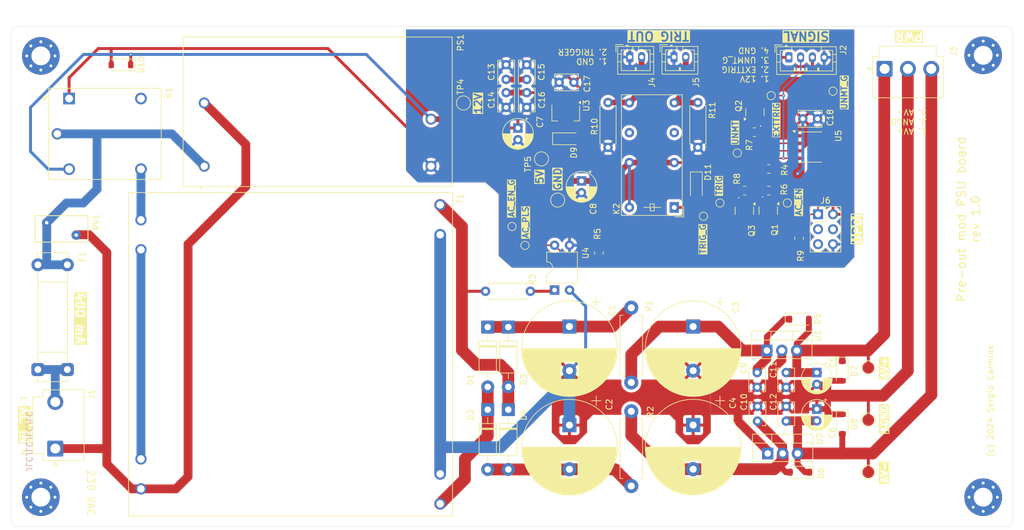
<source format=kicad_pcb>
(kicad_pcb (version 20240108) (generator "pcbnew") (generator_version "8.0")
  (layers (0 "F.Cu" signal) (31 "B.Cu" signal) (34 "B.Paste" user) (35 "F.Paste" user) (36 "B.SilkS" user "B.Silkscreen") (37 "F.SilkS" user "F.Silkscreen") (38 "B.Mask" user) (39 "F.Mask" user) (44 "Edge.Cuts" user))
  (net 0 "")
  (net 1 "Net-(D1-K)")
  (net 2 "Net-(D2-A)")
  (net 3 "Net-(D5-K)")
  (net 4 "AV+")
  (net 5 "Net-(D6-A)")
  (net 6 "AV-")
  (net 7 "GND")
  (net 8 "AGND")
  (net 9 "AC_SENSE")
  (net 10 "+12V")
  (net 11 "+5V")
  (net 12 "AC_EN_G")
  (net 13 "TRIG_G")
  (net 14 "AC_L")
  (net 15 "AC_N")
  (net 16 "UNMUTE_G")
  (net 17 "EXTTRIG")
  (net 18 "TGO1")
  (net 19 "TGO2")
  (net 22 "UPDI")
  (net 24 "AC_L_SW")
  (net 28 "AC_EN")
  (net 29 "UNMUTE")
  (net 30 "TRIG")
  (net 31 "Net-(R3-Pad2)")
  (net 32 "AC_PULSE")
  (net 33 "Net-(T1-Pad4)")
  (net 34 "Net-(J1-Pin_2)")
  (net 71 "Net-(D1-A)")
  (footprint "Resistor_SMD:R_0805_2012Metric_Pad1.20x1.40mm_HandSolder" (layer "F.Cu") (at 182.5 86.9 180)
    (property "Reference" "R8")
    (property "Value" "10k")
  )
  (footprint "TestPoint:TestPoint_Pad_D1.0mm" (layer "F.Cu") (at 178.3 89)
    (property "Reference" "TP9" (hide yes))
    (property "Value" "TestPoint")
  )
  (footprint "Package_TO_SOT_SMD:SOT-89-3" (layer "F.Cu") (at 152.125 73.7 -90)
    (property "Reference" "U3")
    (property "Value" "78L05")
  )
  (footprint "MountingHole:MountingHole_3.2mm_M3_Pad_Via" (layer "F.Cu") (at 223 139)
    (property "Reference" "H4" (hide yes))
    (property "Value" "MountingHole_Pad")
  )
  (footprint "Connector_JST:JST_VH_B2P3-VH_1x02_P7.92mm_Vertical" (layer "F.Cu") (at 65.45 130.7375 90)
    (property "Reference" "J1")
    (property "Value" "Conn_01x02")
  )
  (footprint "TestPoint:TestPoint_Pad_D2.0mm" (layer "F.Cu") (at 150.75 88.5 -90)
    (property "Reference" "TP6" (hide yes))
    (property "Value" "TestPoint")
  )
  (footprint "Diode_SMD:D_SOD-123" (layer "F.Cu") (at 174.3 86.0825 -90)
    (property "Reference" "D11")
    (property "Value" "SL1B")
  )
  (footprint "Capacitor_THT:CP_Radial_D16.0mm_P7.50mm" (layer "F.Cu") (at 152.75 126.75 -90)
    (property "Reference" "C2")
    (property "Value" "2200u")
  )
  (footprint "Relay_THT:Relay_DPDT_Finder_30.22" (layer "F.Cu") (at 170.55 89.75 90)
    (property "Reference" "K2")
    (property "Value" "J104D2C12VDC.36S")
  )
  (footprint "Resistor_SMD:R_0805_2012Metric_Pad1.20x1.40mm_HandSolder" (layer "F.Cu") (at 186.6 86.9 180)
    (property "Reference" "R6")
    (property "Value" "10k")
  )
  (footprint "TestPoint:TestPoint_Pad_D2.0mm" (layer "F.Cu") (at 134.75 72 90)
    (property "Reference" "TP4")
    (property "Value" "TestPoint")
  )
  (footprint "TestPoint:TestPoint_Pad_D1.0mm" (layer "F.Cu") (at 189.75 89)
    (property "Reference" "TP7" (hide yes))
    (property "Value" "TestPoint")
  )
  (footprint "Package_TO_SOT_SMD:SOT-23" (layer "F.Cu") (at 182.45 90.325 -90)
    (property "Reference" "Q3")
    (property "Value" "AO3400A")
  )
  (footprint "Capacitor_THT:CP_Radial_D5.0mm_P2.00mm" (layer "F.Cu") (at 144 76.25 -90)
    (property "Reference" "C7")
    (property "Value" "10u")
  )
  (footprint "Connector_JST:JST_PH_B2B-PH-K_1x02_P2.00mm_Vertical" (layer "F.Cu") (at 170.5 64.2)
    (property "Reference" "J5")
    (property "Value" "Conn_01x02")
  )
  (footprint "Diode_THT:D_DO-41_SOD81_P10.16mm_Horizontal" (layer "F.Cu") (at 142.375 110.085 -90)
    (property "Reference" "D3")
    (property "Value" "1N4002")
  )
  (footprint "Capacitor_THT:CP_Radial_D5.0mm_P2.00mm" (layer "F.Cu") (at 194.75 117.82 -90)
    (property "Reference" "C5")
    (property "Value" "10u")
  )
  (footprint "MountingHole:MountingHole_3.2mm_M3_Pad_Via" (layer "F.Cu") (at 63 139)
    (property "Reference" "H3" (hide yes))
    (property "Value" "MountingHole_Pad")
  )
  (footprint "Package_TO_SOT_SMD:SOT-23" (layer "F.Cu") (at 186.5 90.3 -90)
    (property "Reference" "Q1")
    (property "Value" "AO3400A")
  )
  (footprint "Capacitor_THT:C_Disc_D3.8mm_W2.6mm_P2.50mm" (layer "F.Cu") (at 189.55 117.82 -90)
    (property "Reference" "C11")
    (property "Value" "100n")
  )
  (footprint "Diode_SMD:D_SOD-123" (layer "F.Cu") (at 191.75 108.75)
    (property "Reference" "D5")
    (property "Value" "SL1B")
  )
  (footprint "Resistor_SMD:R_0805_2012Metric_Pad1.20x1.40mm_HandSolder" (layer "F.Cu") (at 184.15 76.9625)
    (property "Reference" "R7")
    (property "Value" "10k")
  )
  (footprint "Package_TO_SOT_THT:TO-220-3_Vertical" (layer "F.Cu") (at 186.41 131.565)
    (property "Reference" "U2")
    (property "Value" "LM7909")
  )
  (footprint "Capacitor_THT:C_Disc_D3.8mm_W2.6mm_P2.50mm" (layer "F.Cu") (at 142 68 90)
    (property "Reference" "C13")
    (property "Value" "100n")
  )
  (footprint "TestPoint:TestPoint_Pad_D2.0mm" (layer "F.Cu") (at 148 81.5)
    (property "Reference" "TP5")
    (property "Value" "TestPoint")
  )
  (footprint "Diode_SMD:D_SOD-123" (layer "F.Cu") (at 76.6 65.5 180)
    (property "Reference" "D10")
    (property "Value" "SL1B")
  )
  (footprint "project_lib:CONV_IRM-10-12" (layer "F.Cu") (at 110 73.5)
    (property "Reference" "PS1")
    (property "Value" "IRM-10-12")
  )
  (footprint "MountingHole:MountingHole_3.2mm_M3_Pad_Via" (layer "F.Cu") (at 223 63.9)
    (property "Reference" "H1" (hide yes))
    (property "Value" "MountingHole_Pad")
  )
  (footprint "MountingHole:MountingHole_3.2mm_M3_Pad_Via" (layer "F.Cu") (at 63 64)
    (property "Reference" "H2" (hide yes))
    (property "Value" "MountingHole_Pad")
  )
  (footprint "TestPoint:TestPoint_Pad_D2.0mm" (layer "F.Cu") (at 203.5 125.875)
    (property "Reference" "TP2" (hide yes))
    (property "Value" "TestPoint")
  )
  (footprint "project_lib:XFMR_70042K" (layer "F.Cu") (at 105.4 114.72)
    (property "Reference" "T1")
    (property "Value" "70042K")
  )
  (footprint "Capacitor_THT:C_Disc_D3.8mm_W2.6mm_P2.50mm" (layer "F.Cu") (at 142 70.25 -90)
    (property "Reference" "C14")
    (property "Value" "100n")
  )
  (footprint "Diode_THT:D_DO-41_SOD81_P10.16mm_Horizontal" (layer "F.Cu") (at 138.875 110.085 -90)
    (property "Reference" "D1")
    (property "Value" "1N4002")
  )
  (footprint "Capacitor_THT:CP_Radial_D5.0mm_P2.00mm" (layer "F.Cu") (at 194.75 124.02 -90)
    (property "Reference" "C6")
    (property "Value" "10u")
  )
  (footprint "Resistor_SMD:R_0805_2012Metric_Pad1.20x1.40mm_HandSolder" (layer "F.Cu") (at 157.75 97.5 90)
    (property "Reference" "R5")
    (property "Value" "10k")
  )
  (footprint "Package_SO:SOIC-8_3.9x4.9mm_P1.27mm" (layer "F.Cu") (at 193.625 79.495)
    (property "Reference" "U5")
    (property "Value" "ATtiny412-SS")
  )
  (footprint "TestPoint:TestPoint_Pad_D1.0mm" (layer "F.Cu") (at 143 93)
    (property "Reference" "TP10" (hide yes))
    (property "Value" "TestPoint")
  )
  (footprint "Diode_SMD:D_SOD-123" (layer "F.Cu") (at 152.25 78.0875)
    (property "Reference" "D9")
    (property "Value" "SL1B")
  )
  (footprint "Resistor_THT:R_Axial_DIN0207_L6.3mm_D2.5mm_P7.62mm_Horizontal" (layer "F.Cu") (at 174.55 79.5425 90)
    (property "Reference" "R11")
    (property "Value" "33k")
  )
  (footprint "Resistor_SMD:R_0805_2012Metric_Pad1.20x1.40mm_HandSolder" (layer "F.Cu") (at 191.75 95 90)
    (property "Reference" "R9")
    (property "Value" "10k")
  )
  (footprint "Capacitor_THT:CP_Radial_D5.0mm_P2.00mm" (layer "F.Cu") (at 154.8 85.25 -90)
    (property "Reference" "C8")
    (property "Value" "10u")
  )
  (footprint "Package_TO_SOT_SMD:SOT-23" (layer "F.Cu") (at 184.25 73.5625 90)
    (property "Reference" "Q2")
    (property "Value" "AO3400A")
  )
  (footprint "Diode_SMD:D_SOD-123" (layer "F.Cu") (at 191.85 134.75 180)
    (property "Reference" "D6")
    (property "Value" "SL1B")
  )
  (footprint "TestPoint:TestPoint_Pad_D1.0mm" (layer "F.Cu") (at 181.25 80.5)
    (property "Reference" "TP8" (hide yes))
    (property "Value" "TestPoint")
  )
  (footprint "Connector_PinHeader_2.54mm:PinHeader_2x03_P2.54mm_Vertical" (layer "F.Cu") (at 194.96 90.92)
    (property "Reference" "J6")
    (property "Value" "AVR-UPDI-6")
  )
  (footprint "TestPoint:TestPoint_Pad_D2.0mm" (layer "F.Cu") (at 203.5 117)
    (property "Reference" "TP1" (hide yes))
    (property "Value" "TestPoint")
  )
  (footprint "Capacitor_THT:CP_Radial_D16.0mm_P7.50mm" (layer "F.Cu") (at 173.75 126.737246 -90)
    (property "Reference" "C4")
    (property "Value" "2200u")
  )
  (footprint "Resistor_THT:R_Axial_DIN0207_L6.3mm_D2.5mm_P7.62mm_Horizontal" (layer "F.Cu") (at 159.3 79.5425 90)
    (property "Reference" "R10")
    (property "Value" "33k")
  )
  (footprint "Diode_THT:D_DO-41_SOD81_P10.16mm_Horizontal" (layer "F.Cu") (at 138.875 124.12 -90)
    (property "Reference" "D2")
    (property "Value" "1N4002")
  )
  (footprint "Package_TO_SOT_THT:TO-220-3_Vertical" (layer "F.Cu") (at 186.27 114.065)
    (property "Reference" "U1")
    (property "Value" "LM7809")
  )
  (footprint "Capacitor_THT:C_Disc_D3.8mm_W2.6mm_P2.50mm" (layer "F.Cu") (at 145.5 70.25 -90)
    (property "Reference" "C16")
    (property "Value" "100n")
  )
  (footprint "Diode_THT:D_DO-41_SOD81_P10.16mm_Horizontal" (layer "F.Cu") (at 142.375 124.12 -90)
    (property "Reference" "D4")
    (property "Value" "1N4002")
  )
  (footprint "TestPoint:TestPoint_Pad_D1.0mm" (layer "F.Cu") (at 187 70.75)
    (property "Reference" "TP14" (hide yes))
    (property "Value" "TestPoint")
  )
  (footprint "Capacitor_THT:C_Disc_D3.8mm_W2.6mm_P2.50mm" (layer "F.Cu") (at 192.375 74.695)
    (property "Reference" "C18")
    (property "Value" "100n")
  )
  (footprint "Resistor_SMD:R_0805_2012Metric_Pad1.20x1.40mm_HandSolder" (layer "F.Cu") (at 186.6 83.2 180)
    (property "Reference" "R4")
    (property "Value" "10k")
  )
  (footprint "Capacitor_THT:CP_Radial_D16.0mm_P7.50mm" (layer "F.Cu") (at 173.75 110 -90)
    (property "Reference" "C3")
    (property "Value" "2200u")
  )
  (footprint "Connector_JST:JST_VH_B3P-VH-B_1x03_P3.96mm_Vertical" (layer "F.Cu") (at 206.2625 66.2)
    (property "Reference" "J3")
    (property "Value" "Conn_01x03")
  )
  (footprint "Fuse:Fuseholder_Clip-5x20mm_Bel_FC-203-22_Lateral_P17.80x5.00mm_D1.17mm_Horizontal" (layer "F.Cu") (at 62.5 117.3 90)
    (property "Reference" "F1")
    (property "Value" "400 mA")
  )
  (footprint "Resistor_THT:R_Axial_DIN0411_L9.9mm_D3.6mm_P12.70mm_Horizontal" (layer "F.Cu") (at 163.25 137.1 90)
    (property "Reference" "R2")
    (property "Value" "10/1W")
  )
  (footprint "Diode_SMD:D_SOD-123" (layer "F.Cu") (at 199.075 126.565 -90)
    (property "Reference" "D8")
    (property "Value" "SL1B")
  )
  (footprint "TestPoint:TestPoint_Pad_D1.0mm" (layer "F.Cu") (at 145.2 96.2)
    (property "Reference" "TP13" (hide yes))
    (property "Value" "TestPoint")
  )
  (footprint "TestPoint:TestPoint_Pad_D1.0mm" (layer "F.Cu") (at 197.5 70)
    (property "Reference" "TP11" (hide yes))
    (property "Value" "TestPoint")
  )
  (footprint "TestPoint:TestPoint_Pad_D2.0mm" (layer "F.Cu") (at 203.5 134.75)
    (property "Reference" "TP3" (hide yes))
    (property "Value" "TestPoint")
  )
  (footprint "project_lib:RELAY_SRD-C" (layer "F.Cu") (at 73.9 77.25)
    (property "Reference" "K1")
    (property "Value" "J107F1CS2012VDC.80")
  )
  (footprint "TestPoint:TestPoint_Pad_D1.0mm" (layer "F.Cu") (at 175.5 91.25)
    (property "Reference" "TP12" (hide yes))
    (property "Value" "TestPoint")
  )
  (footprint "Resistor_THT:R_Axial_DIN0207_L6.3mm_D2.5mm_P7.62mm_Horizontal" (layer "F.Cu") (at 138.5 104)
    (property "Reference" "R3")
    (property "Value" "2.2k")
  )
  (footprint "Package_DIP:DIP-4_W7.62mm" (layer "F.Cu") (at 150.225 103.8 90)
    (property "Reference" "U4")
    (property "Value" "140817141310")
  )
  (footprint "Diode_SMD:D_SOD-123" (layer "F.Cu") (at 199.075 117.565 -90)
    (property "Reference" "D7")
    (property "Value" "SL1B")
  )
  (footprint "Capacitor_THT:C_Disc_D3.8mm_W2.6mm_P2.50mm" (layer "F.Cu") (at 184.685 123.565 -90)
    (property "Reference" "C10")
    (property "Value" "100n")
  )
  (footprint "Capacitor_THT:C_Disc_D3.8mm_W2.6mm_P2.50mm" (layer "F.Cu") (at 145.5 68 90)
    (property "Reference" "C15")
    (property "Value" "100n")
  )
  (footprint "Connector_JST:JST_PH_B4B-PH-K_1x04_P2.00mm_Vertical" (layer "F.Cu") (at 190 64.25)
    (property "Reference" "J2")
    (property "Value" "Conn_01x04")
  )
  (footprint "Capacitor_THT:C_Disc_D3.8mm_W2.6mm_P2.50mm" (layer "F.Cu") (at 153.5 68.5 180)
    (property "Reference" "C17")
    (property "Value" "100n")
  )
  (footprint "Capacitor_THT:C_Disc_D3.8mm_W2.6mm_P2.50mm" (layer "F.Cu") (at 184.625 117.815 -90)
    (property "Reference" "C9")
    (property "Value" "100n")
  )
  (footprint "Varistor:RV_Disc_D9mm_W4.5mm_P5mm" (layer "F.Cu") (at 64 92.35)
    (property "Reference" "RV1")
    (property "Value" "300VAC")
  )
  (footprint "Connector_JST:JST_PH_B2B-PH-K_1x02_P2.00mm_Vertical" (layer "F.Cu") (at 163 64.2)
    (property "Reference" "J4")
    (property "Value" "Conn_01x02")
  )
  (footprint "Capacitor_THT:C_Disc_D3.8mm_W2.6mm_P2.50mm" (layer "F.Cu") (at 189.55 123.57 -90)
    (property "Reference" "C12")
    (property "Value" "100n")
  )
  (footprint "Resistor_THT:R_Axial_DIN0411_L9.9mm_D3.6mm_P12.70mm_Horizontal" (layer "F.Cu") (at 163.25 106.8 -90)
    (property "Reference" "R1")
    (property "Value" "10/1W")
  )
  (footprint "Capacitor_THT:CP_Radial_D16.0mm_P7.50mm" (layer "F.Cu") (at 152.75 110 -90)
    (property "Reference" "C1")
    (property "Value" "2200u")
  )
  (gr_line (start 228 143) (end 228 60) (stroke (width 0.05)) (layer "Edge.Cuts"))
  (gr_line (start 227 59) (end 59 59) (stroke (width 0.05)) (layer "Edge.Cuts"))
  (gr_arc (start 58 60) (mid 58.292893 59.292893) (end 59 59) (stroke (width 0.05)) (layer "Edge.Cuts"))
  (gr_arc (start 227 59) (mid 227.707107 59.292893) (end 228 60) (stroke (width 0.05)) (layer "Edge.Cuts"))
  (gr_line (start 58 60) (end 58 143) (stroke (width 0.05)) (layer "Edge.Cuts"))
  (gr_line (start 59 144) (end 227 144) (stroke (width 0.05)) (layer "Edge.Cuts"))
  (gr_arc (start 59 144) (mid 58.292893 143.707107) (end 58 143) (stroke (width 0.05)) (layer "Edge.Cuts"))
  (gr_arc (start 228 143) (mid 227.707107 143.707107) (end 227 144) (stroke (width 0.05)) (layer "Edge.Cuts"))
  (gr_text "JLCJLCJLCJLC" (at 61 129.5 -90) (layer "B.SilkS") (effects (font (size 1 1)) (justify mirror)))
  (gr_text "5V" (at 148.45 85.9 90) (layer "F.SilkS" knockout) (effects (font (size 1.25 1.25) (thickness 0.25) (bold yes)) (justify left bottom)))
  (gr_text "TRIG OUT" (at 173.25 59.75 180) (layer "F.SilkS" knockout) (effects (font (size 1.5 1.5) (thickness 0.3) (bold yes)) (justify left bottom)))
  (gr_text "12V" (at 138 74 90) (layer "F.SilkS" knockout) (effects (font (size 1.25 1.25) (thickness 0.25) (bold yes)) (justify left bottom)))
  (gr_text "GND" (at 151.5 87 90) (layer "F.SilkS" knockout) (effects (font (size 1.25 1.25) (thickness 0.25) (bold yes)) (justify left bottom)))
  (gr_text "1. 12V\n2. EXTTRIG\n3. UNMT_G\n4. GND" (at 186.75 62.5 180) (layer "F.SilkS") (effects (font (size 1 1)) (justify left bottom)))
  (gr_text "AC IN" (at 59.25 123.5 -90) (layer "F.SilkS" knockout) (effects (font (size 1.5 1.5) (thickness 0.3) (bold yes)) (justify left bottom)))
  (gr_text "AC_EN_G" (at 143.5 91.5 90) (layer "F.SilkS" knockout) (effects (font (size 1 1) (thickness 0.2) (bold yes)) (justify left bottom)))
  (gr_text "1. GND\n2. TRIGGER" (at 159.25 62.75 180) (layer "F.SilkS") (effects (font (size 1 1)) (justify left bottom)))
  (gr_text "AGND" (at 207 128.25 90) (layer "F.SilkS" knockout) (effects (font (size 1.25 1.25) (thickness 0.25) (bold yes)) (justify left bottom)))
  (gr_text "AC_PLS" (at 145.9 95.1 90) (layer "F.SilkS" knockout) (effects (font (size 1 1) (thickness 0.2) (bold yes)) (justify left bottom)))
  (gr_text "1. AV+\n2. ANGD\n3. AV-" (at 213.5 73 180) (layer "F.SilkS") (effects (font (size 1 1)) (justify left bottom)))
  (gr_text "L" (at 59.5 121.75 270) (layer "F.SilkS") (effects (font (size 1 1)) (justify left bottom)))
  (gr_text "N\n" (at 59.5 130.75 270) (layer "F.SilkS") (effects (font (size 1 1)) (justify left bottom)))
  (gr_text "(c) 2024 Sergio Carmine " (at 224.25 122.25 90) (layer "F.SilkS") (effects (font (size 1 1))))
  (gr_text "UNMT" (at 181.5 79.25 90) (layer "F.SilkS" knockout) (effects (font (size 1 1) (thickness 0.2) (bold yes)) (justify left bottom)))
  (gr_text "PWR" (at 213 59.75 180) (layer "F.SilkS" knockout) (effects (font (size 1.5 1.5) (thickness 0.3) (bold yes)) (justify left bottom)))
  (gr_text "AC_EN" (at 192.25 91.25 90) (layer "F.SilkS" knockout) (effects (font (size 1 1) (thickness 0.2) (bold yes)) (justify left bottom)))
  (gr_text "Pre-out mod PSU board\nrev 1.0" (at 220.5 91.75 90) (layer "F.SilkS") (effects (font (size 1.5 1.5) (thickness 0.2))))
  (gr_text "AV-" (at 207 136.75 90) (layer "F.SilkS" knockout) (effects (font (size 1.25 1.25) (thickness 0.25) (bold yes)) (justify left bottom)))
  (gr_text "SIGNAL" (at 197 59.75 180) (layer "F.SilkS" knockout) (effects (font (size 1.5 1.5) (thickness 0.3) (bold yes)) (justify left bottom)))
  (gr_text "UPDI" (at 202.5 96.25 90) (layer "F.SilkS" knockout) (effects (font (size 1.5 1.5) (thickness 0.3) (bold yes)) (justify left bottom)))
  (gr_text "TRIG" (at 178.75 87.8 90) (layer "F.SilkS" knockout) (effects (font (size 1 1) (thickness 0.2) (bold yes)) (justify left bottom)))
  (gr_text "UNMT_G" (at 200 73.25 90) (layer "F.SilkS" knockout) (effects (font (size 1 1) (thickness 0.2) (bold yes)) (justify left bottom)))
  (gr_text "TRIG_G" (at 176 97.75 90) (layer "F.SilkS" knockout) (effects (font (size 1 1) (thickness 0.2) (bold yes)) (justify left bottom)))
  (gr_text "EXTTRIG" (at 188.5 78 90) (layer "F.SilkS" knockout) (effects (font (size 1 1) (thickness 0.2) (bold yes)) (justify left bottom)))
  (gr_text "400 mA" (at 68.75 104 270) (layer "F.SilkS" knockout) (effects (font (size 1.5 1.5) (thickness 0.3) (bold yes)) (justify left bottom)))
  (gr_text "230 VAC" (at 70.75 134.25 270) (layer "F.SilkS") (effects (font (size 1.25 1.25)) (justify left bottom)))
  (gr_text "AV+" (at 207 119 90) (layer "F.SilkS" knockout) (effects (font (size 1.25 1.25) (thickness 0.25) (bold yes)) (justify left bottom)))
  (segment (start 142.22 110.065) (end 142.375 110.22) (width 2) (layer "F.Cu") (net 1))
  (segment (start 160.05 110) (end 163.25 106.8) (width 2) (layer "F.Cu") (net 1))
  (segment (start 139.03 110.065) (end 142.22 110.065) (width 2) (layer "F.Cu") (net 1))
  (segment (start 142.39 110.1) (end 152.65 110.1) (width 2) (layer "F.Cu") (net 1))
  (segment (start 138.875 110.22) (end 139.03 110.065) (width 2) (layer "F.Cu") (net 1))
  (segment (start 152.75 110) (end 160.05 110) (width 2) (layer "F.Cu") (net 1))
  (segment (start 142.375 110.085) (end 142.39 110.1) (width 2) (layer "B.Cu") (net 1))
  (segment (start 152.65 110.1) (end 152.75 110) (width 1.5) (layer "B.Cu") (net 1))
  (segment (start 142.375 134.28) (end 138.875 134.28) (width 2) (layer "F.Cu") (net 2))
  (segment (start 142.375 134.28) (end 152.72 134.28) (width 2) (layer "F.Cu") (net 2))
  (segment (start 152.75 134.25) (end 160.5 134.25) (width 2) (layer "F.Cu") (net 2))
  (segment (start 160.5 134.35) (end 163.25 137.1) (width 2) (layer "F.Cu") (net 2))
  (segment (start 160.5 134.25) (end 160.5 134.35) (width 2) (layer "F.Cu") (net 2))
  (segment (start 186.27 115.48) (end 184.625 117.125) (width 1.5) (layer "F.Cu") (net 3))
  (segment (start 189.25 108.75) (end 186.27 111.73) (width 1) (layer "F.Cu") (net 3))
  (segment (start 163.25 119.5) (end 163.25 114.75) (width 2) (layer "F.Cu") (net 3))
  (segment (start 186.27 114.065) (end 186.27 115.48) (width 1.5) (layer "F.Cu") (net 3))
  (segment (start 163.25 114.75) (end 168 110) (width 2) (layer "F.Cu") (net 3))
  (segment (start 168 110) (end 173.75 110) (width 2) (layer "F.Cu") (net 3))
  (segment (start 182.065 114.065) (end 186.27 114.065) (width 2) (layer "F.Cu") (net 3))
  (segment (start 178 110) (end 182.065 114.065) (width 2) (layer "F.Cu") (net 3))
  (segment (start 186.27 111.73) (end 186.27 114.065) (width 1) (layer "F.Cu") (net 3))
  (segment (start 190.1 108.75) (end 189.25 108.75) (width 1) (layer "F.Cu") (net 3))
  (segment (start 184.625 117.125) (end 184.625 117.815) (width 1.5) (layer "F.Cu") (net 3))
  (segment (start 173.75 110) (end 178 110) (width 2) (layer "F.Cu") (net 3))
  (segment (start 199 114.065) (end 203.435 114.065) (width 2) (layer "F.Cu") (net 4))
  (segment (start 192.55 117.82) (end 194.75 117.82) (width 1.5) (layer "F.Cu") (net 4))
  (segment (start 206.2 66.2625) (end 206.2625 66.2) (width 2) (layer "F.Cu") (net 4))
  (segment (start 203.5 115) (end 203.5 117) (width 0.5) (layer "F.Cu") (net 4))
  (segment (start 195.12 117.82) (end 194.75 117.82) (width 1) (layer "F.Cu") (net 4))
  (segment (start 203.435 114.065) (end 206.2 111.3) (width 2) (layer "F.Cu") (net 4))
  (segment (start 203.435 114.935) (end 203.5 115) (width 0.5) (layer "F.Cu") (net 4))
  (segment (start 203.435 114.065) (end 203.435 114.935) (width 0.5) (layer "F.Cu") (net 4))
  (segment (start 191.375 117.82) (end 192.55 117.82) (width 1.5) (layer "F.Cu") (net 4))
  (segment (start 191.35 112.9) (end 191.35 114.065) (width 1) (layer "F.Cu") (net 4))
  (segment (start 189.55 117.82) (end 191.375 117.82) (width 1.5) (layer "F.Cu") (net 4))
  (segment (start 199.075 114.14) (end 199 114.065) (width 1) (layer "F.Cu") (net 4))
  (segment (start 206.2 111.3) (end 206.2 66.2625) (width 2) (layer "F.Cu") (net 4))
  (segment (start 191.35 114.065) (end 191.35 117.795) (width 1.5) (layer "F.Cu") (net 4))
  (segment (start 199.075 115.915) (end 199.075 114.14) (width 1) (layer "F.Cu") (net 4))
  (segment (start 193.4 110.85) (end 191.35 112.9) (width 1) (layer "F.Cu") (net 4))
  (segment (start 191.35 117.795) (end 191.375 117.82) (width 1.5) (layer "F.Cu") (net 4))
  (segment (start 191.35 114.065) (end 199 114.065) (width 2) (layer "F.Cu") (net 4))
  (segment (start 193.4 108.75) (end 193.4 110.85) (width 1) (layer "F.Cu") (net 4))
  (segment (start 188.95 132.81627) (end 188.95 131.565) (width 2) (layer "F.Cu") (net 5))
  (segment (start 188.95 130.33) (end 188.95 131.565) (width 1.5) (layer "F.Cu") (net 5))
  (segment (start 163.25 128.5) (end 168.987246 134.237246) (width 2) (layer "F.Cu") (net 5))
  (segment (start 188.258135 133.508135) (end 188.95 132.81627) (width 2) (layer "F.Cu") (net 5))
  (segment (start 184.685 126.065) (end 188.95 130.33) (width 1.5) (layer "F.Cu") (net 5))
  (segment (start 173.75 134.237246) (end 187.529024 134.237246) (width 2) (layer "F.Cu") (net 5))
  (segment (start 163.25 124.65) (end 163.25 128.5) (width 2) (layer "F.Cu") (net 5))
  (segment (start 187.529024 134.237246) (end 188.258135 133.508135) (width 2) (layer "F.Cu") (net 5))
  (segment (start 168.987246 134.237246) (end 173.75 134.237246) (width 2) (layer "F.Cu") (net 5))
  (segment (start 189.5 134.75) (end 188.258135 133.508135) (width 1) (layer "F.Cu") (net 5))
  (segment (start 190.2 134.75) (end 189.5 134.75) (width 1) (layer "F.Cu") (net 5))
  (segment (start 194.75 126.02) (end 194.855 126.02) (width 1) (layer "F.Cu") (net 6))
  (segment (start 199 131.565) (end 203.5 131.565) (width 2) (layer "F.Cu") (net 6))
  (segment (start 203.5 131.565) (end 204.235 131.565) (width 2) (layer "F.Cu") (net 6))
  (segment (start 214.2 66.2175) (end 214.1825 66.2) (width 2) (layer "F.Cu") (net 6))
  (segment (start 191.49 133.49) (end 192.75 134.75) (width 1) (layer "F.Cu") (net 6))
  (segment (start 191.49 131.565) (end 191.49 126.155) (width 1.5) (layer "F.Cu") (net 6))
  (segment (start 191.625 126.02) (end 189.6 126.02) (width 1.5) (layer "F.Cu") (net 6))
  (segment (start 189.6 126.02) (end 189.55 126.07) (width 1.5) (layer "F.Cu") (net 6))
  (segment (start 199.075 128.215) (end 199.075 131.49) (width 1) (layer "F.Cu") (net 6))
  (segment (start 214.2 121.6) (end 214.2 66.2175) (width 2) (layer "F.Cu") (net 6))
  (segment (start 191.49 131.565) (end 191.49 133.49) (width 1) (layer "F.Cu") (net 6))
  (segment (start 194.75 126.02) (end 191.625 126.02) (width 1.5) (layer "F.Cu") (net 6))
  (segment (start 199.075 131.49) (end 199 131.565) (width 1.5) (layer "F.Cu") (net 6))
  (segment (start 203.5 134.75) (end 203.5 131.565) (width 0.5) (layer "F.Cu") (net 6))
  (segment (start 191.49 131.565) (end 199 131.565) (width 2) (layer "F.Cu") (net 6))
  (segment (start 191.49 126.155) (end 191.625 126.02) (width 1.5) (layer "F.Cu") (net 6))
  (segment (start 204.235 131.565) (end 214.2 121.6) (width 2) (layer "F.Cu") (net 6))
  (segment (start 192.75 134.75) (end 193.5 134.75) (width 1) (layer "F.Cu") (net 6))
  (segment (start 181.5 86.9) (end 181.5 89.3875) (width 0.5) (layer "F.Cu") (net 7))
  (segment (start 152 87.25) (end 150.75 88.5) (width 0.5) (layer "F.Cu") (net 7))
  (segment (start 152.125 69.625) (end 152.125 71.8375) (width 0.5) (layer "F.Cu") (net 7))
  (segment (start 196.1 75.92) (end 194.875 74.695) (width 0.5) (layer "F.Cu") (net 7))
  (segment (start 181.5 88.1) (end 181.5 86.9) (width 0.25) (layer "F.Cu") (net 7))
  (segment (start 185.55 86.95) (end 185.6 86.9) (width 0.5) (layer "F.Cu") (net 7))
  (segment (start 185.2 74.5) (end 185.2 76.9125) (width 0.5) (layer "F.Cu") (net 7))
  (segment (start 162.93 64.23) (end 162.9 64.2) (width 1) (layer "F.Cu") (net 7))
  (segment (start 151 68.5) (end 152.125 69.625) (width 0.5) (layer "F.Cu") (net 7))
  (segment (start 154.8 87.25) (end 152 87.25) (width 0.5) (layer "F.Cu") (net 7))
  (segment (start 185.55 89.3625) (end 185.55 86.95) (width 0.5) (layer "F.Cu") (net 7))
  (segment (start 196.1 77.59) (end 196.1 75.92) (width 0.5) (layer "F.Cu") (net 7))
  (via (at 181.5 88.1) (size 0.5) (drill 0.2) (layers "F.Cu" "B.Cu") (net 7))
  (via (at 185.55 87.95) (size 0.5) (drill 0.2) (layers "F.Cu" "B.Cu") (net 7))
  (via (at 185.2 75.9125) (size 0.5) (drill 0.2) (layers "F.Cu" "B.Cu") (net 7))
  (segment (start 206 121.75) (end 210.2 117.55) (width 2) (layer "F.Cu") (net 8))
  (segment (start 196.37 119.82) (end 194.75 119.82) (width 1) (layer "F.Cu") (net 8))
  (segment (start 181.375 126.065) (end 181.375 124.565) (width 1.5) (layer "F.Cu") (net 8))
  (segment (start 188.81 114.065) (end 188.81 115.69) (width 1.5) (layer "F.Cu") (net 8))
  (segment (start 210.2 117.55) (end 210.2 66.2225) (width 2) (layer "F.Cu") (net 8))
  (segment (start 203.5 121.75) (end 197 121.75) (width 2) (layer "F.Cu") (net 8))
  (segment (start 196.975 119.215) (end 196.37 119.82) (width 1) (layer "F.Cu") (net 8))
  (segment (start 210.2 66.2225) (end 210.2225 66.2) (width 2) (layer "F.Cu") (net 8))
  (segment (start 196.33 124.02) (end 194.75 124.02) (width 1) (layer "F.Cu") (net 8))
  (segment (start 187.25 117.25) (end 187.25 120.5) (width 1.5) (layer "F.Cu") (net 8))
  (segment (start 197.225 124.915) (end 196.33 124.02) (width 1) (layer "F.Cu") (net 8))
  (segment (start 186.41 131.565) (end 186.41 131.1) (width 1.5) (layer "F.Cu") (net 8))
  (segment (start 199.075 124.915) (end 197.225 124.915) (width 1) (layer "F.Cu") (net 8))
  (segment (start 188.81 115.69) (end 187.25 117.25) (width 1.5) (layer "F.Cu") (net 8))
  (segment (start 199.075 119.215) (end 196.975 119.215) (width 1) (layer "F.Cu") (net 8))
  (segment (start 203.5 121.75) (end 206 121.75) (width 2) (layer "F.Cu") (net 8))
  (segment (start 186.41 131.1) (end 181.375 126.065) (width 1.5) (layer "F.Cu") (net 8))
  (segment (start 203.5 125.875) (end 203.5 121.75) (width 0.5) (layer "F.Cu") (net 8))
  (segment (start 155.5 114.75) (end 152.75 117.5) (width 0.5) (layer "B.Cu") (net 8))
  (segment (start 152.75 121.5) (end 152.75 126.75) (width 2) (layer "B.Cu") (net 8))
  (segment (start 152.765 103.8) (end 155.5 106.535) (width 0.5) (layer "B.Cu") (net 8))
  (segment (start 141.0475 130.5) (end 131 130.5) (width 2) (layer "B.Cu") (net 8))
  (segment (start 152.75 121.5) (end 150.0475 121.5) (width 2) (layer "B.Cu") (net 8))
  (segment (start 155.5 106.535) (end 155.5 114.75) (width 0.5) (layer "B.Cu") (net 8))
  (segment (start 152.75 117.5) (end 152.75 121.5) (width 2) (layer "B.Cu") (net 8))
  (segment (start 150.0475 121.5) (end 141.0475 130.5) (width 2) (layer "B.Cu") (net 8))
  (segment (start 130.8 94.4) (end 130.8 135.04) (width 2) (layer "B.Cu") (net 8))
  (segment (start 137 116.5) (end 141 116.5) (width 2) (layer "F.Cu") (net 9))
  (segment (start 142.375 117.875) (end 142.375 120.245) (width 2) (layer "F.Cu") (net 9))
  (segment (start 142.375 124.12) (end 142.375 120.245) (width 2) (layer "F.Cu") (net 9))
  (segment (start 134.5 104) (end 134.5 114) (width 2) (layer "F.Cu") (net 9))
  (segment (start 134.5 93.02) (end 134.5 104) (width 2) (layer "F.Cu") (net 9))
  (segment (start 141 116.5) (end 142.375 117.875) (width 2) (layer "F.Cu") (net 9))
  (segment (start 134.5 114) (end 137 116.5) (width 2) (layer "F.Cu") (net 9))
  (segment (start 138.5 104) (end 134.5 104) (width 0.5) (layer "F.Cu") (net 9))
  (segment (start 130.8 89.32) (end 134.5 93.02) (width 2) (layer "F.Cu") (net 9))
  (segment (start 144 76.25) (end 144 70.25) (width 0.5) (layer "F.Cu") (net 10))
  (segment (start 133.5 73.25) (end 134.75 72) (width 0.5) (layer "F.Cu") (net 10))
  (segment (start 144 70.25) (end 145.25 70.25) (width 1) (layer "F.Cu") (net 10))
  (segment (start 179.1 81.4) (end 179.1 70.9) (width 0.5) (layer "F.Cu") (net 10))
  (segment (start 174.3 84.6325) (end 174.3 83.0325) (width 0.5) (layer "F.Cu") (net 10))
  (segment (start 159.81 85.25) (end 162.93 82.13) (width 1) (layer "F.Cu") (net 10))
  (segment (start 179.1 70.9) (end 185.75 64.25) (width 0.5) (layer "F.Cu") (net 10))
  (segment (start 129.25 74.75) (end 133.5 74.75) (width 1) (layer "F.Cu") (net 10))
  (segment (start 162.93 82.13) (end 170.55 82.13) (width 1) (layer "F.Cu") (net 10))
  (segment (start 143.5 68) (end 145.5 68) (width 1) (layer "F.Cu") (net 10))
  (segment (start 185.75 64.25) (end 190 64.25) (width 0.5) (layer "F.Cu") (net 10))
  (segment (start 147.25 70.25) (end 148.75 71.75) (width 0.5) (layer "F.Cu") (net 10))
  (segment (start 138.25 78) (end 139 78.75) (width 1) (layer "F.Cu") (net 10))
  (segment (start 145.25 70.25) (end 145.5 70.5) (width 1) (layer "F.Cu") (net 10))
  (segment (start 141.5 76.25) (end 139 78.75) (width 0.5) (layer "F.Cu") (net 10))
  (segment (start 174.3 83.0325) (end 173.3975 82.13) (width 0.5) (layer "F.Cu") (net 10))
  (segment (start 142 70.25) (end 143.5 70.25) (width 1) (layer "F.Cu") (net 10))
  (segment (start 145.5 70.25) (end 147.25 70.25) (width 0.5) (layer "F.Cu") (net 10))
  (segment (start 178.37 82.13) (end 179.1 81.4) (width 0.5) (layer "F.Cu") (net 10))
  (segment (start 150.625 71.75) (end 150.625 77.6875) (width 0.5) (layer "F.Cu") (net 10))
  (segment (start 141.5 76.25) (end 144 76.25) (width 0.5) (layer "F.Cu") (net 10))
  (segment (start 142 68) (end 143.5 68) (width 1) (layer "F.Cu") (net 10))
  (segment (start 143.5 70.25) (end 144 70.25) (width 1) (layer "F.Cu") (net 10))
  (segment (start 133.5 74.75) (end 133.5 73.25) (width 0.5) (layer "F.Cu") (net 10))
  (segment (start 148.75 71.75) (end 150.625 71.75) (width 0.5) (layer "F.Cu") (net 10))
  (segment (start 139 78.75) (end 145.5 85.25) (width 1) (layer "F.Cu") (net 10))
  (segment (start 145.5 85.25) (end 159.81 85.25) (width 1) (layer "F.Cu") (net 10))
  (segment (start 145.5 70.5) (end 145.5 70.25) (width 0.5) (layer "F.Cu") (net 10))
  (segment (start 143.75 68.25) (end 143.75 70) (width 1) (layer "F.Cu") (net 10))
  (segment (start 133.5 74.75) (end 135 74.75) (width 1) (layer "F.Cu") (net 10))
  (segment (start 135 74.75) (end 138.25 78) (width 1) (layer "F.Cu") (net 10))
  (segment (start 173.3975 82.13) (end 170.55 82.13) (width 0.5) (layer "F.Cu") (net 10))
  (segment (start 173.3975 82.13) (end 178.37 82.13) (width 0.5) (layer "F.Cu") (net 10))
  (segment (start 78.25 63.75) (end 78.25 65.5) (width 0.5) (layer "F.Cu") (net 10))
  (via (at 78.25 63.75) (size 0.6) (drill 0.25) (layers "F.Cu" "B.Cu") (net 10))
  (segment (start 64.25 83.25) (end 67.8 83.25) (width 0.5) (layer "B.Cu") (net 10))
  (segment (start 70.25 63.75) (end 61.25 72.75) (width 0.5) (layer "B.Cu") (net 10))
  (segment (start 118.25 63.75) (end 70.25 63.75) (width 0.5) (layer "B.Cu") (net 10))
  (segment (start 61.25 72.75) (end 61.25 80.25) (width 0.5) (layer "B.Cu") (net 10))
  (segment (start 162.93 82.13) (end 162.93 89.75) (width 0.5) (layer "B.Cu") (net 10))
  (segment (start 129.25 74.75) (end 118.25 63.75) (width 0.5) (layer "B.Cu") (net 10))
  (segment (start 61.25 80.25) (end 64.25 83.25) (width 0.5) (layer "B.Cu") (net 10))
  (via (at 191.5 84) (size 0.7) (drill 0.3) (layers "F.Cu" "B.Cu") (net 11))
  (segment (start 191.5 84) (end 192.375 83.125) (width 0.5) (layer "B.Cu") (net 11))
  (segment (start 192.375 83.125) (end 192.375 74.695) (width 0.5) (layer "B.Cu") (net 11))
  (segment (start 159.05 94.75) (end 185.5 94.75) (width 0.5) (layer "F.Cu") (net 12))
  (segment (start 143 86.75) (end 143.025 86.725) (width 0.25) (layer "F.Cu") (net 12))
  (segment (start 147.6 91.3) (end 155.6 91.3) (width 0.5) (layer "F.Cu") (net 12))
  (segment (start 143 93) (end 143 86.75) (width 0.25) (layer "F.Cu") (net 12))
  (segment (start 185.5 94.75) (end 186.5 93.75) (width 0.5) (layer "F.Cu") (net 12))
  (segment (start 127.5 78.5) (end 134.8 78.5) (width 0.5) (layer "F.Cu") (net 12))
  (segment (start 155.6 91.3) (end 159.05 94.75) (width 0.5) (layer "F.Cu") (net 12))
  (segment (start 134.8 78.5) (end 143.025 86.725) (width 0.5) (layer "F.Cu") (net 12))
  (segment (start 67.8 71.25) (end 67.8 67.7) (width 0.5) (layer "F.Cu") (net 12))
  (segment (start 75 62.75) (end 111.75 62.75) (width 0.5) (layer "F.Cu") (net 12))
  (segment (start 143.025 86.725) (end 147.6 91.3) (width 0.5) (layer "F.Cu") (net 12))
  (segment (start 111.75 62.75) (end 127.5 78.5) (width 0.5) (layer "F.Cu") (net 12))
  (segment (start 74.95 62.8) (end 75 62.75) (width 0.5) (layer "F.Cu") (net 12))
  (segment (start 75 62.75) (end 72.75 62.75) (width 0.5) (layer "F.Cu") (net 12))
  (segment (start 67.8 67.7) (end 72.75 62.75) (width 0.5) (layer "F.Cu") (net 12))
  (segment (start 186.5 93.75) (end 186.5 91.2375) (width 0.5) (layer "F.Cu") (net 12))
  (segment (start 74.95 65.5) (end 74.95 62.8) (width 0.5) (layer "F.Cu") (net 12))
  (segment (start 172.75 89.75) (end 173 89.75) (width 0.5) (layer "F.Cu") (net 13))
  (segment (start 172.75 89.75) (end 173.5825 89.75) (width 0.5) (layer "F.Cu") (net 13))
  (segment (start 174.35 87.75) (end 174.3 87.7) (width 0.5) (layer "F.Cu") (net 13))
  (segment (start 174.3 89.0325) (end 174.3 87.7325) (width 0.5) (layer "F.Cu") (net 13))
  (segment (start 173.5825 89.75) (end 174.3 89.0325) (width 0.5) (layer "F.Cu") (net 13))
  (segment (start 182.45 91.2625) (end 175.5125 91.2625) (width 0.5) (layer "F.Cu") (net 13))
  (segment (start 175.5125 91.2625) (end 175.5 91.25) (width 0.5) (layer "F.Cu") (net 13))
  (segment (start 173 89.75) (end 174.5 91.25) (width 0.5) (layer "F.Cu") (net 13))
  (segment (start 174.5 91.25) (end 175.5 91.25) (width 0.5) (layer "F.Cu") (net 13))
  (segment (start 170.55 89.75) (end 172.75 89.75) (width 0.5) (layer "F.Cu") (net 13))
  (segment (start 64 92.35) (end 64 99.2) (width 1.5) (layer "B.Cu") (net 14))
  (segment (start 70.2 89) (end 67.35 89) (width 1.5) (layer "B.Cu") (net 14))
  (segment (start 85.25 77.25) (end 70.29 77.25) (width 1.5) (layer "B.Cu") (net 14))
  (segment (start 72.54 77.39) (end 72.54 86.66) (width 1.5) (layer "B.Cu") (net 14))
  (segment (start 67.2 99.2) (end 67.5 99.5) (width 1.5) (layer "B.Cu") (net 14))
  (segment (start 90.75 82.75) (end 85.25 77.25) (width 1.5) (layer "B.Cu") (net 14))
  (segment (start 72.4 77.25) (end 72.54 77.39) (width 1.5) (layer "B.Cu") (net 14))
  (segment (start 70.29 77.25) (end 65.8 77.25) (width 1.5) (layer "B.Cu") (net 14))
  (segment (start 62.5 99.5) (end 67.5 99.5) (width 1.5) (layer "B.Cu") (net 14))
  (segment (start 67.35 89) (end 64 92.35) (width 1.5) (layer "B.Cu") (net 14))
  (segment (start 72.54 86.66) (end 70.2 89) (width 1.5) (layer "B.Cu") (net 14))
  (segment (start 97.8 86.2) (end 97.8 79.05) (width 1.5) (layer "F.Cu") (net 15))
  (segment (start 69.05 94.4) (end 69 94.45) (width 1.5) (layer "F.Cu") (net 15))
  (segment (start 88 96) (end 97.8 86.2) (width 1.5) (layer "F.Cu") (net 15))
  (segment (start 74.2 133.35034) (end 74.2 97.4) (width 1.5) (layer "F.Cu") (net 15))
  (segment (start 88 135.5) (end 88 96) (width 1.5) (layer "F.Cu") (net 15))
  (segment (start 74.2 97.4) (end 71.2 94.4) (width 1.5) (layer "F.Cu") (net 15))
  (segment (start 97.8 79.05) (end 90.75 72) (width 1.5) (layer "F.Cu") (net 15))
  (segment (start 71.2 94.4) (end 69.05 94.4) (width 1.5) (layer "F.Cu") (net 15))
  (segment (start 80 137.58) (end 85.92 137.58) (width 1.5) (layer "F.Cu") (net 15))
  (segment (start 74.1375 130.7375) (end 74.2 130.8) (width 1.5) (layer "F.Cu") (net 15))
  (segment (start 80 137.58) (end 78.42966 137.58) (width 1.5) (layer "F.Cu") (net 15))
  (segment (start 85.92 137.58) (end 88 135.5) (width 1.5) (layer "F.Cu") (net 15))
  (segment (start 65.45 130.7375) (end 74.1375 130.7375) (width 1.5) (layer "F.Cu") (net 15))
  (segment (start 78.42966 137.58) (end 74.2 133.35034) (width 1.5) (layer "F.Cu") (net 15))
  (segment (start 184.25 72.625) (end 184.25 70.45) (width 0.5) (layer "F.Cu") (net 16))
  (segment (start 193.625 66.375) (end 194 66) (width 0.5) (layer "F.Cu") (net 16))
  (segment (start 197.5 70) (end 197.25 70) (width 0.25) (layer "F.Cu") (net 16))
  (segment (start 187.9 66.8) (end 193.2 66.8) (width 0.5) (layer "F.Cu") (net 16))
  (segment (start 194 66) (end 194 64.25) (width 0.5) (layer "F.Cu") (net 16))
  (segment (start 193.2 66.8) (end 193.625 66.375) (width 0.5) (layer "F.Cu") (net 16))
  (segment (start 184.25 70.45) (end 187.9 66.8) (width 0.5) (layer "F.Cu") (net 16))
  (segment (start 197.25 70) (end 193.625 66.375) (width 0.25) (layer "F.Cu") (net 16))
  (segment (start 189.1 81.4) (end 191.15 81.4) (width 0.25) (layer "F.Cu") (net 17))
  (segment (start 189.1 81.4) (end 188.1 81.4) (width 0.25) (layer "F.Cu") (net 17))
  (segment (start 188.1 81.4) (end 187.6 81.9) (width 0.25) (layer "F.Cu") (net 17))
  (segment (start 189.1 70.75) (end 187 70.75) (width 0.25) (layer "F.Cu") (net 17))
  (segment (start 187.6 81.9) (end 187.6 83.2) (width 0.25) (layer "F.Cu") (net 17))
  (via (at 189.1 81.4) (size 0.5) (drill 0.2) (layers "F.Cu" "B.Cu") (net 17))
  (via (at 189.1 70.75) (size 0.5) (drill 0.2) (layers "F.Cu" "B.Cu") (net 17))
  (segment (start 189.1 81.4) (end 189.1 69.5) (width 0.25) (layer "B.Cu") (net 17))
  (segment (start 192 66.6) (end 192 64.25) (width 0.25) (layer "B.Cu") (net 17))
  (segment (start 189.1 69.5) (end 192 66.6) (width 0.25) (layer "B.Cu") (net 17))
  (segment (start 159.3 71.9225) (end 162.8825 71.9225) (width 1) (layer "F.Cu") (net 18))
  (segment (start 162.93 71.97) (end 165 69.9) (width 1) (layer "F.Cu") (net 18))
  (segment (start 165 69.9) (end 165 64.2) (width 1) (layer "F.Cu") (net 18))
  (segment (start 170.55 71.97) (end 174.5025 71.97) (width 1) (layer "F.Cu") (net 19))
  (segment (start 172.5 70.02) (end 172.5 64.2) (width 1) (layer "F.Cu") (net 19))
  (segment (start 170.55 71.97) (end 172.5 70.02) (width 1) (layer "F.Cu") (net 19))
  (segment (start 191.75 92.5) (end 193.33 90.92) (width 0.25) (layer "F.Cu") (net 22))
  (segment (start 196.1 80.13) (end 197.83 80.13) (width 0.25) (layer "F.Cu") (net 22))
  (segment (start 193.33 90.92) (end 194.96 90.92) (width 0.25) (layer "F.Cu") (net 22))
  (segment (start 198.7 85) (end 194.96 88.74) (width 0.25) (layer "F.Cu") (net 22))
  (segment (start 197.83 80.13) (end 198.7 81) (width 0.25) (layer "F.Cu") (net 22))
  (segment (start 191.75 94) (end 191.75 92.5) (width 0.25) (layer "F.Cu") (net 22))
  (segment (start 198.7 81) (end 198.7 85) (width 0.25) (layer "F.Cu") (net 22))
  (segment (start 194.9 90.15) (end 194.96 90.21) (width 0.25) (layer "F.Cu") (net 22))
  (segment (start 194.96 88.74) (end 194.96 90.92) (width 0.25) (layer "F.Cu") (net 22))
  (segment (start 80 83.25) (end 80 91.86) (width 1.5) (layer "B.Cu") (net 24))
  (segment (start 193.3 80) (end 193.3 85.8) (width 0.25) (layer "F.Cu") (net 28))
  (segment (start 192.2 86.9) (end 189.75 86.9) (width 0.25) (layer "F.Cu") (net 28))
  (segment (start 187.45 87.05) (end 187.6 86.9) (width 0.25) (layer "F.Cu") (net 28))
  (segment (start 193.3 85.8) (end 192.2 86.9) (width 0.25) (layer "F.Cu") (net 28))
  (segment (start 194.44 78.86) (end 193.3 80) (width 0.25) (layer "F.Cu") (net 28))
  (segment (start 196.1 78.86) (end 194.44 78.86) (width 0.25) (layer "F.Cu") (net 28))
  (segment (start 187.45 89.3625) (end 187.45 87.05) (width 0.25) (layer "F.Cu") (net 28))
  (segment (start 189.75 86.9) (end 187.6 86.9) (width 0.25) (layer "F.Cu") (net 28))
  (segment (start 189.75 89) (end 189.75 86.9) (width 0.25) (layer "F.Cu") (net 28))
  (segment (start 191.15 78.86) (end 183.76 78.86) (width 0.25) (layer "F.Cu") (net 29))
  (segment (start 183.3 74.5) (end 183.3 76.8125) (width 0.25) (layer "F.Cu") (net 29))
  (segment (start 183.76 78.86) (end 183.45 78.55) (width 0.25) (layer "F.Cu") (net 29))
  (segment (start 183.3 76.8125) (end 183.15 76.9625) (width 0.25) (layer "F.Cu") (net 29))
  (segment (start 183.15 78.25) (end 183.15 76.9625) (width 0.25) (layer "F.Cu") (net 29))
  (segment (start 183.45 78.55) (end 183.15 78.25) (width 0.25) (layer "F.Cu") (net 29))
  (segment (start 181.25 80.5) (end 183.25 78.5) (width 0.25) (layer "F.Cu") (net 29))
  (segment (start 181.2 83.8) (end 183.5 83.8) (width 0.25) (layer "F.Cu") (net 30))
  (segment (start 178.3 89) (end 178.3 86.7) (width 0.25) (layer "F.Cu") (net 30))
  (segment (start 184.3 80.1) (end 187.7 80.1) (width 0.25) (layer "F.Cu") (net 30))
  (segment (start 183.5 84.5) (end 183.5 80.9) (width 0.25) (layer "F.Cu") (net 30))
  (segment (start 178.3 86.7) (end 181.2 83.8) (width 0.25) (layer "F.Cu") (net 30))
  (segment (start 183.4 87) (end 183.5 86.9) (width 0.25) (layer "F.Cu") (net 30))
  (segment (start 183.4 89.3875) (end 183.4 87) (width 0.25) (layer "F.Cu") (net 30))
  (segment (start 187.7 80.1) (end 187.73 80.13) (width 0.25) (layer "F.Cu") (net 30))
  (segment (start 187.73 80.13) (end 191.15 80.13) (width 0.25) (layer "F.Cu") (net 30))
  (segment (start 183.5 86.9) (end 183.5 84.5) (width 0.25) (layer "F.Cu") (net 30))
  (segment (start 183.5 80.9) (end 184.3 80.1) (width 0.25) (layer "F.Cu") (net 30))
  (segment (start 146.12 104) (end 150.025 104) (width 0.5) (layer "F.Cu") (net 31))
  (segment (start 150.025 104) (end 150.225 103.8) (width 0.5) (layer "F.Cu") (net 31))
  (segment (start 152.545 98.5) (end 150.225 96.18) (width 0.25) (layer "F.Cu") (net 32))
  (segment (start 187.7 98.5) (end 152.545 98.5) (width 0.25) (layer "F.Cu") (net 32))
  (segment (start 189.5 92) (end 189.5 96.7) (width 0.25) (layer "F.Cu") (net 32))
  (segment (start 194.5 81.6) (end 194.5 87) (width 0.25) (layer "F.Cu") (net 32))
  (segment (start 150.225 96.18) (end 145.22 96.18) (width 0.25) (layer "F.Cu") (net 32))
  (segment (start 194.7 81.4) (end 194.5 81.6) (width 0.25) (layer "F.Cu") (net 32))
  (segment (start 196.1 81.4) (end 194.7 81.4) (width 0.25) (layer "F.Cu") (net 32))
  (segment (start 189.5 96.7) (end 187.7 98.5) (width 0.25) (layer "F.Cu") (net 32))
  (segment (start 145.22 96.18) (end 145.2 96.2) (width 0.25) (layer "F.Cu") (net 32))
  (segment (start 194.5 87) (end 189.5 92) (width 0.25) (layer "F.Cu") (net 32))
  (segment (start 80 96.94) (end 80 132.5) (width 1.5) (layer "B.Cu") (net 33))
  (segment (start 65.45 117.45) (end 65.45 122.8175) (width 1.5) (layer "B.Cu") (net 34))
  (segment (start 62.5 117) (end 62.8 117.3) (width 1.5) (layer "B.Cu") (net 34))
  (segment (start 62.8 117.3) (end 67.2 117.3) (width 1.5) (layer "B.Cu") (net 34))
  (segment (start 67.2 117.3) (end 67.5 117) (width 1.5) (layer "B.Cu") (net 34))
  (segment (start 138.875 120.245) (end 138.875 124.12) (width 2) (layer "F.Cu") (net 71))
  (segment (start 130.8 140.12) (end 135 135.92) (width 2) (layer "F.Cu") (net 71))
  (segment (start 138.875 128.625) (end 138.875 124.12) (width 2) (layer "F.Cu") (net 71))
  (segment (start 135 132.5) (end 138.875 128.625) (width 2) (layer "F.Cu") (net 71))
  (segment (start 135 135.92) (end 135 132.5) (width 2) (layer "F.Cu") (net 71))
  (zone (net 11) (net_name "+5V") (layer "F.Cu") (priority 2) (connect_pads (clearance 0.5)) (min_thickness 0.25) (fill yes (thermal_gap 0.5) (thermal_bridge_width 0.5))
    (polygon (pts (xy 127 85.5) (xy 125 83.5) (xy 125 54.5) (xy 201.1 54.7) (xy 201.1 98.2) (xy 199.4 100) (xy 143 100) (xy 140.75 98) (xy 140.75 87.5) (xy 138.5 85.5)))
  )
  (zone (net 8) (net_name "AGND") (layer "F.Cu") (priority 1) (connect_pads (clearance 0.5)) (min_thickness 0.25) (fill yes (thermal_gap 0.5) (thermal_bridge_width 0.5))
    (polygon (pts (xy 176.75 119) (xy 194.75 119) (xy 196.558 118.98) (xy 197.218 119.581) (xy 197.125 121.815) (xy 197.125 124.315) (xy 196.56 125.02) (xy 194.75 125) (xy 176.75 125)))
  )
  (zone (net 8) (net_name "AGND") (layer "F.Cu") (connect_pads (clearance 0.5)) (min_thickness 0.25) (fill yes (thermal_gap 0.5) (thermal_bridge_width 0.5))
    (polygon (pts (xy 151.75 115) (xy 149.75 117) (xy 149.75 128) (xy 151.75 130) (xy 153.75 130) (xy 155.75 128) (xy 155.75 126) (xy 156.75 125) (xy 169.75 125) (xy 170.75 126) (xy 170.75 128) (xy 172.75 130) (xy 174.75 130) (xy 176.75 128) (xy 176.75 117) (xy 174.75 115) (xy 172.75 115) (xy 170.75 117) (xy 170.75 118) (xy 169.75 119) (xy 156.75 119) (xy 155.75 118) (xy 155.75 117) (xy 153.75 115)))
  )
  (zone (net 7) (net_name "GND") (layer "B.Cu") (priority 2) (connect_pads (clearance 0.5)) (min_thickness 0.25) (fill yes (thermal_gap 0.5) (thermal_bridge_width 0.5))
    (polygon (pts (xy 127 85.5) (xy 125 83.5) (xy 125 55.5) (xy 201.1 55.9) (xy 201.1 98.2) (xy 199.4 100) (xy 143 100) (xy 140.75 98) (xy 140.75 87.5) (xy 138.5 85.5)))
  )
)
</source>
